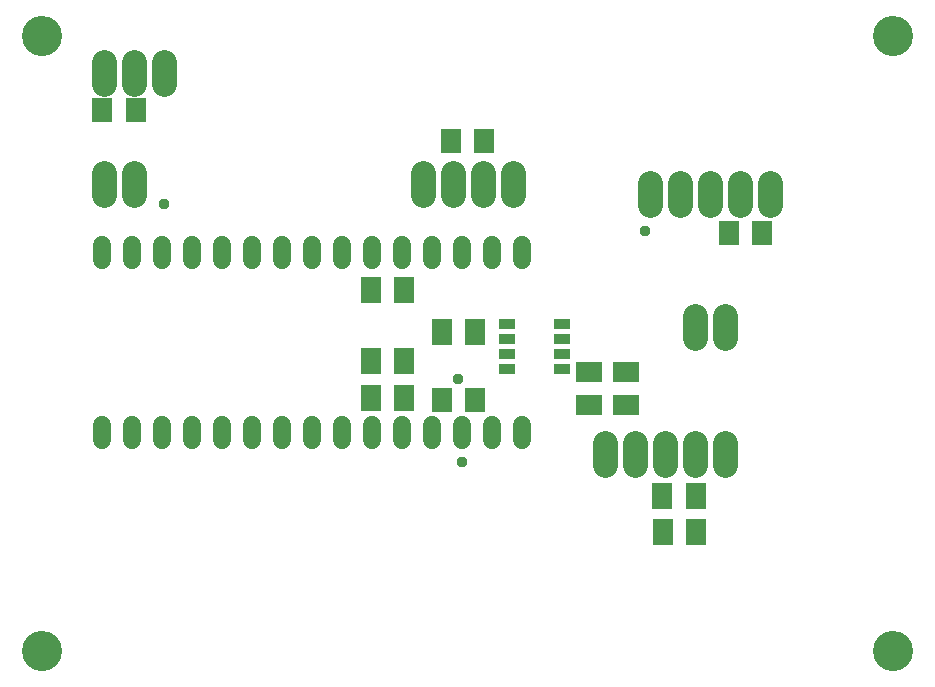
<source format=gbr>
G04 EAGLE Gerber RS-274X export*
G75*
%MOMM*%
%FSLAX34Y34*%
%LPD*%
%INSoldermask Bottom*%
%IPPOS*%
%AMOC8*
5,1,8,0,0,1.08239X$1,22.5*%
G01*
%ADD10C,3.403200*%
%ADD11C,1.511200*%
%ADD12C,2.082800*%
%ADD13R,1.473200X0.838200*%
%ADD14R,1.803200X2.003200*%
%ADD15R,1.803200X2.203200*%
%ADD16R,2.203200X1.803200*%
%ADD17C,0.959600*%


D10*
X760000Y560000D03*
X760000Y40000D03*
X40000Y40000D03*
X40000Y560000D03*
D11*
X445700Y383340D02*
X445700Y370260D01*
X420300Y370260D02*
X420300Y383340D01*
X394900Y383340D02*
X394900Y370260D01*
X369500Y370260D02*
X369500Y383340D01*
X344100Y383340D02*
X344100Y370260D01*
X318700Y370260D02*
X318700Y383340D01*
X293300Y383340D02*
X293300Y370260D01*
X267900Y370260D02*
X267900Y383340D01*
X242500Y383340D02*
X242500Y370260D01*
X217100Y370260D02*
X217100Y383340D01*
X191700Y383340D02*
X191700Y370260D01*
X166300Y370260D02*
X166300Y383340D01*
X445700Y230940D02*
X445700Y217860D01*
X420300Y217860D02*
X420300Y230940D01*
X394900Y230940D02*
X394900Y217860D01*
X242500Y217860D02*
X242500Y230940D01*
X217100Y230940D02*
X217100Y217860D01*
X191700Y217860D02*
X191700Y230940D01*
X166300Y230940D02*
X166300Y217860D01*
X90100Y217860D02*
X90100Y230940D01*
X90100Y370260D02*
X90100Y383340D01*
X115500Y383340D02*
X115500Y370260D01*
X140900Y370260D02*
X140900Y383340D01*
X115500Y230940D02*
X115500Y217860D01*
X140900Y217860D02*
X140900Y230940D01*
X369500Y230940D02*
X369500Y217860D01*
X267900Y217860D02*
X267900Y230940D01*
X293300Y230940D02*
X293300Y217860D01*
X318700Y217860D02*
X318700Y230940D01*
X344100Y230940D02*
X344100Y217860D01*
D12*
X438100Y425602D02*
X438100Y444398D01*
X412700Y444398D02*
X412700Y425602D01*
X387300Y425602D02*
X387300Y444398D01*
X361900Y444398D02*
X361900Y425602D01*
X655800Y416802D02*
X655800Y435598D01*
X630400Y435598D02*
X630400Y416802D01*
X605000Y416802D02*
X605000Y435598D01*
X579600Y435598D02*
X579600Y416802D01*
X554200Y416802D02*
X554200Y435598D01*
D13*
X480000Y316600D03*
X480000Y303900D03*
X480000Y291200D03*
X480000Y278500D03*
X433800Y316600D03*
X433800Y303900D03*
X433800Y291200D03*
X433800Y278500D03*
D12*
X592300Y304402D02*
X592300Y323198D01*
X617700Y323198D02*
X617700Y304402D01*
X516100Y216098D02*
X516100Y197302D01*
X541500Y197302D02*
X541500Y216098D01*
X566900Y216098D02*
X566900Y197302D01*
X592300Y197302D02*
X592300Y216098D01*
X617700Y216098D02*
X617700Y197302D01*
X117200Y425602D02*
X117200Y444398D01*
X91800Y444398D02*
X91800Y425602D01*
X91800Y519602D02*
X91800Y538398D01*
X117200Y538398D02*
X117200Y519602D01*
X142600Y519602D02*
X142600Y538398D01*
D14*
X378700Y252500D03*
X406700Y252500D03*
X385600Y471100D03*
X413600Y471100D03*
X621000Y393700D03*
X649000Y393700D03*
X118900Y497900D03*
X90900Y497900D03*
D15*
X318500Y254000D03*
X346500Y254000D03*
X318500Y285400D03*
X346500Y285400D03*
X593200Y140200D03*
X565200Y140200D03*
X593000Y171000D03*
X565000Y171000D03*
D16*
X533800Y275900D03*
X533800Y247900D03*
X503100Y275900D03*
X503100Y247900D03*
D15*
X378700Y310000D03*
X406700Y310000D03*
X346500Y345000D03*
X318500Y345000D03*
D17*
X550000Y395000D03*
X395000Y200000D03*
X391500Y269500D03*
X143000Y418000D03*
M02*

</source>
